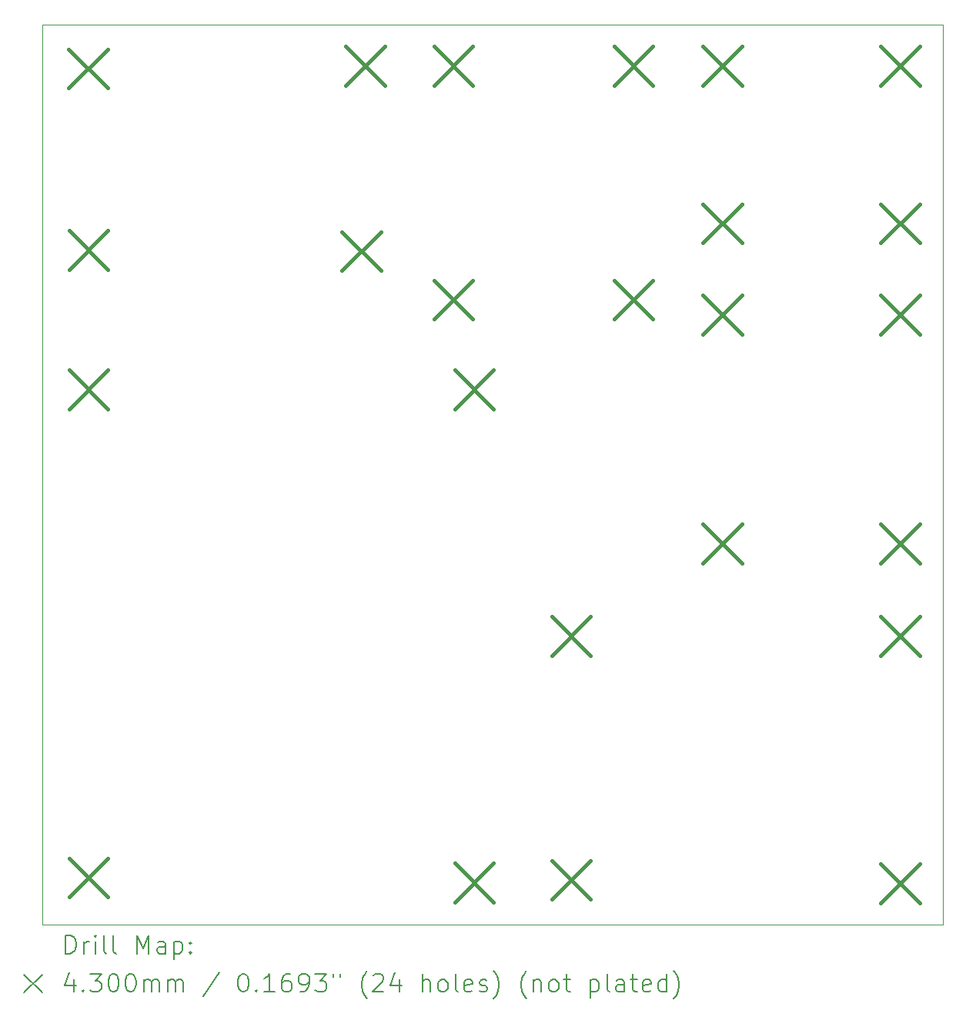
<source format=gbr>
%TF.GenerationSoftware,KiCad,Pcbnew,8.0.7*%
%TF.CreationDate,2025-03-12T18:52:17+10:00*%
%TF.ProjectId,OH - Upper Mixed Small PCBs,4f48202d-2055-4707-9065-72204d697865,rev?*%
%TF.SameCoordinates,Original*%
%TF.FileFunction,Drillmap*%
%TF.FilePolarity,Positive*%
%FSLAX45Y45*%
G04 Gerber Fmt 4.5, Leading zero omitted, Abs format (unit mm)*
G04 Created by KiCad (PCBNEW 8.0.7) date 2025-03-12 18:52:17*
%MOMM*%
%LPD*%
G01*
G04 APERTURE LIST*
%ADD10C,0.050000*%
%ADD11C,0.200000*%
%ADD12C,0.430000*%
G04 APERTURE END LIST*
D10*
X9829800Y-14871700D02*
X9829800Y-4978400D01*
X19735800Y-14871700D02*
X9829800Y-14871700D01*
X19735800Y-4978400D02*
X19735800Y-14871700D01*
X9829800Y-4978400D02*
X19735800Y-4978400D01*
D11*
D12*
X10116400Y-5246000D02*
X10546400Y-5676000D01*
X10546400Y-5246000D02*
X10116400Y-5676000D01*
X10122800Y-7239900D02*
X10552800Y-7669900D01*
X10552800Y-7239900D02*
X10122800Y-7669900D01*
X10122800Y-8770250D02*
X10552800Y-9200250D01*
X10552800Y-8770250D02*
X10122800Y-9200250D01*
X10122800Y-14136000D02*
X10552800Y-14566000D01*
X10552800Y-14136000D02*
X10122800Y-14566000D01*
X13126400Y-7252600D02*
X13556400Y-7682600D01*
X13556400Y-7252600D02*
X13126400Y-7682600D01*
X13164400Y-5216000D02*
X13594400Y-5646000D01*
X13594400Y-5216000D02*
X13164400Y-5646000D01*
X14136000Y-5216000D02*
X14566000Y-5646000D01*
X14566000Y-5216000D02*
X14136000Y-5646000D01*
X14136000Y-7786000D02*
X14566000Y-8216000D01*
X14566000Y-7786000D02*
X14136000Y-8216000D01*
X14364600Y-8770250D02*
X14794600Y-9200250D01*
X14794600Y-8770250D02*
X14364600Y-9200250D01*
X14364600Y-14193200D02*
X14794600Y-14623200D01*
X14794600Y-14193200D02*
X14364600Y-14623200D01*
X15431400Y-11481700D02*
X15861400Y-11911700D01*
X15861400Y-11481700D02*
X15431400Y-11911700D01*
X15431400Y-14161400D02*
X15861400Y-14591400D01*
X15861400Y-14161400D02*
X15431400Y-14591400D01*
X16117200Y-5216000D02*
X16547200Y-5646000D01*
X16547200Y-5216000D02*
X16117200Y-5646000D01*
X16117200Y-7786000D02*
X16547200Y-8216000D01*
X16547200Y-7786000D02*
X16117200Y-8216000D01*
X17095100Y-5216000D02*
X17525100Y-5646000D01*
X17525100Y-5216000D02*
X17095100Y-5646000D01*
X17095100Y-6947800D02*
X17525100Y-7377800D01*
X17525100Y-6947800D02*
X17095100Y-7377800D01*
X17095100Y-7951100D02*
X17525100Y-8381100D01*
X17525100Y-7951100D02*
X17095100Y-8381100D01*
X17095100Y-10465700D02*
X17525100Y-10895700D01*
X17525100Y-10465700D02*
X17095100Y-10895700D01*
X19052300Y-5216000D02*
X19482300Y-5646000D01*
X19482300Y-5216000D02*
X19052300Y-5646000D01*
X19052300Y-6947800D02*
X19482300Y-7377800D01*
X19482300Y-6947800D02*
X19052300Y-7377800D01*
X19052300Y-7951100D02*
X19482300Y-8381100D01*
X19482300Y-7951100D02*
X19052300Y-8381100D01*
X19052300Y-10465700D02*
X19482300Y-10895700D01*
X19482300Y-10465700D02*
X19052300Y-10895700D01*
X19052300Y-11481700D02*
X19482300Y-11911700D01*
X19482300Y-11481700D02*
X19052300Y-11911700D01*
X19052300Y-14199500D02*
X19482300Y-14629500D01*
X19482300Y-14199500D02*
X19052300Y-14629500D01*
D11*
X10088077Y-15185684D02*
X10088077Y-14985684D01*
X10088077Y-14985684D02*
X10135696Y-14985684D01*
X10135696Y-14985684D02*
X10164267Y-14995208D01*
X10164267Y-14995208D02*
X10183315Y-15014255D01*
X10183315Y-15014255D02*
X10192839Y-15033303D01*
X10192839Y-15033303D02*
X10202363Y-15071398D01*
X10202363Y-15071398D02*
X10202363Y-15099969D01*
X10202363Y-15099969D02*
X10192839Y-15138065D01*
X10192839Y-15138065D02*
X10183315Y-15157112D01*
X10183315Y-15157112D02*
X10164267Y-15176160D01*
X10164267Y-15176160D02*
X10135696Y-15185684D01*
X10135696Y-15185684D02*
X10088077Y-15185684D01*
X10288077Y-15185684D02*
X10288077Y-15052350D01*
X10288077Y-15090446D02*
X10297601Y-15071398D01*
X10297601Y-15071398D02*
X10307124Y-15061874D01*
X10307124Y-15061874D02*
X10326172Y-15052350D01*
X10326172Y-15052350D02*
X10345220Y-15052350D01*
X10411886Y-15185684D02*
X10411886Y-15052350D01*
X10411886Y-14985684D02*
X10402363Y-14995208D01*
X10402363Y-14995208D02*
X10411886Y-15004731D01*
X10411886Y-15004731D02*
X10421410Y-14995208D01*
X10421410Y-14995208D02*
X10411886Y-14985684D01*
X10411886Y-14985684D02*
X10411886Y-15004731D01*
X10535696Y-15185684D02*
X10516648Y-15176160D01*
X10516648Y-15176160D02*
X10507124Y-15157112D01*
X10507124Y-15157112D02*
X10507124Y-14985684D01*
X10640458Y-15185684D02*
X10621410Y-15176160D01*
X10621410Y-15176160D02*
X10611886Y-15157112D01*
X10611886Y-15157112D02*
X10611886Y-14985684D01*
X10869029Y-15185684D02*
X10869029Y-14985684D01*
X10869029Y-14985684D02*
X10935696Y-15128541D01*
X10935696Y-15128541D02*
X11002363Y-14985684D01*
X11002363Y-14985684D02*
X11002363Y-15185684D01*
X11183315Y-15185684D02*
X11183315Y-15080922D01*
X11183315Y-15080922D02*
X11173791Y-15061874D01*
X11173791Y-15061874D02*
X11154744Y-15052350D01*
X11154744Y-15052350D02*
X11116648Y-15052350D01*
X11116648Y-15052350D02*
X11097601Y-15061874D01*
X11183315Y-15176160D02*
X11164267Y-15185684D01*
X11164267Y-15185684D02*
X11116648Y-15185684D01*
X11116648Y-15185684D02*
X11097601Y-15176160D01*
X11097601Y-15176160D02*
X11088077Y-15157112D01*
X11088077Y-15157112D02*
X11088077Y-15138065D01*
X11088077Y-15138065D02*
X11097601Y-15119017D01*
X11097601Y-15119017D02*
X11116648Y-15109493D01*
X11116648Y-15109493D02*
X11164267Y-15109493D01*
X11164267Y-15109493D02*
X11183315Y-15099969D01*
X11278553Y-15052350D02*
X11278553Y-15252350D01*
X11278553Y-15061874D02*
X11297601Y-15052350D01*
X11297601Y-15052350D02*
X11335696Y-15052350D01*
X11335696Y-15052350D02*
X11354743Y-15061874D01*
X11354743Y-15061874D02*
X11364267Y-15071398D01*
X11364267Y-15071398D02*
X11373791Y-15090446D01*
X11373791Y-15090446D02*
X11373791Y-15147588D01*
X11373791Y-15147588D02*
X11364267Y-15166636D01*
X11364267Y-15166636D02*
X11354743Y-15176160D01*
X11354743Y-15176160D02*
X11335696Y-15185684D01*
X11335696Y-15185684D02*
X11297601Y-15185684D01*
X11297601Y-15185684D02*
X11278553Y-15176160D01*
X11459505Y-15166636D02*
X11469029Y-15176160D01*
X11469029Y-15176160D02*
X11459505Y-15185684D01*
X11459505Y-15185684D02*
X11449982Y-15176160D01*
X11449982Y-15176160D02*
X11459505Y-15166636D01*
X11459505Y-15166636D02*
X11459505Y-15185684D01*
X11459505Y-15061874D02*
X11469029Y-15071398D01*
X11469029Y-15071398D02*
X11459505Y-15080922D01*
X11459505Y-15080922D02*
X11449982Y-15071398D01*
X11449982Y-15071398D02*
X11459505Y-15061874D01*
X11459505Y-15061874D02*
X11459505Y-15080922D01*
X9627300Y-15414200D02*
X9827300Y-15614200D01*
X9827300Y-15414200D02*
X9627300Y-15614200D01*
X10173791Y-15472350D02*
X10173791Y-15605684D01*
X10126172Y-15396160D02*
X10078553Y-15539017D01*
X10078553Y-15539017D02*
X10202363Y-15539017D01*
X10278553Y-15586636D02*
X10288077Y-15596160D01*
X10288077Y-15596160D02*
X10278553Y-15605684D01*
X10278553Y-15605684D02*
X10269029Y-15596160D01*
X10269029Y-15596160D02*
X10278553Y-15586636D01*
X10278553Y-15586636D02*
X10278553Y-15605684D01*
X10354744Y-15405684D02*
X10478553Y-15405684D01*
X10478553Y-15405684D02*
X10411886Y-15481874D01*
X10411886Y-15481874D02*
X10440458Y-15481874D01*
X10440458Y-15481874D02*
X10459505Y-15491398D01*
X10459505Y-15491398D02*
X10469029Y-15500922D01*
X10469029Y-15500922D02*
X10478553Y-15519969D01*
X10478553Y-15519969D02*
X10478553Y-15567588D01*
X10478553Y-15567588D02*
X10469029Y-15586636D01*
X10469029Y-15586636D02*
X10459505Y-15596160D01*
X10459505Y-15596160D02*
X10440458Y-15605684D01*
X10440458Y-15605684D02*
X10383315Y-15605684D01*
X10383315Y-15605684D02*
X10364267Y-15596160D01*
X10364267Y-15596160D02*
X10354744Y-15586636D01*
X10602363Y-15405684D02*
X10621410Y-15405684D01*
X10621410Y-15405684D02*
X10640458Y-15415208D01*
X10640458Y-15415208D02*
X10649982Y-15424731D01*
X10649982Y-15424731D02*
X10659505Y-15443779D01*
X10659505Y-15443779D02*
X10669029Y-15481874D01*
X10669029Y-15481874D02*
X10669029Y-15529493D01*
X10669029Y-15529493D02*
X10659505Y-15567588D01*
X10659505Y-15567588D02*
X10649982Y-15586636D01*
X10649982Y-15586636D02*
X10640458Y-15596160D01*
X10640458Y-15596160D02*
X10621410Y-15605684D01*
X10621410Y-15605684D02*
X10602363Y-15605684D01*
X10602363Y-15605684D02*
X10583315Y-15596160D01*
X10583315Y-15596160D02*
X10573791Y-15586636D01*
X10573791Y-15586636D02*
X10564267Y-15567588D01*
X10564267Y-15567588D02*
X10554744Y-15529493D01*
X10554744Y-15529493D02*
X10554744Y-15481874D01*
X10554744Y-15481874D02*
X10564267Y-15443779D01*
X10564267Y-15443779D02*
X10573791Y-15424731D01*
X10573791Y-15424731D02*
X10583315Y-15415208D01*
X10583315Y-15415208D02*
X10602363Y-15405684D01*
X10792839Y-15405684D02*
X10811886Y-15405684D01*
X10811886Y-15405684D02*
X10830934Y-15415208D01*
X10830934Y-15415208D02*
X10840458Y-15424731D01*
X10840458Y-15424731D02*
X10849982Y-15443779D01*
X10849982Y-15443779D02*
X10859505Y-15481874D01*
X10859505Y-15481874D02*
X10859505Y-15529493D01*
X10859505Y-15529493D02*
X10849982Y-15567588D01*
X10849982Y-15567588D02*
X10840458Y-15586636D01*
X10840458Y-15586636D02*
X10830934Y-15596160D01*
X10830934Y-15596160D02*
X10811886Y-15605684D01*
X10811886Y-15605684D02*
X10792839Y-15605684D01*
X10792839Y-15605684D02*
X10773791Y-15596160D01*
X10773791Y-15596160D02*
X10764267Y-15586636D01*
X10764267Y-15586636D02*
X10754744Y-15567588D01*
X10754744Y-15567588D02*
X10745220Y-15529493D01*
X10745220Y-15529493D02*
X10745220Y-15481874D01*
X10745220Y-15481874D02*
X10754744Y-15443779D01*
X10754744Y-15443779D02*
X10764267Y-15424731D01*
X10764267Y-15424731D02*
X10773791Y-15415208D01*
X10773791Y-15415208D02*
X10792839Y-15405684D01*
X10945220Y-15605684D02*
X10945220Y-15472350D01*
X10945220Y-15491398D02*
X10954744Y-15481874D01*
X10954744Y-15481874D02*
X10973791Y-15472350D01*
X10973791Y-15472350D02*
X11002363Y-15472350D01*
X11002363Y-15472350D02*
X11021410Y-15481874D01*
X11021410Y-15481874D02*
X11030934Y-15500922D01*
X11030934Y-15500922D02*
X11030934Y-15605684D01*
X11030934Y-15500922D02*
X11040458Y-15481874D01*
X11040458Y-15481874D02*
X11059505Y-15472350D01*
X11059505Y-15472350D02*
X11088077Y-15472350D01*
X11088077Y-15472350D02*
X11107125Y-15481874D01*
X11107125Y-15481874D02*
X11116648Y-15500922D01*
X11116648Y-15500922D02*
X11116648Y-15605684D01*
X11211886Y-15605684D02*
X11211886Y-15472350D01*
X11211886Y-15491398D02*
X11221410Y-15481874D01*
X11221410Y-15481874D02*
X11240458Y-15472350D01*
X11240458Y-15472350D02*
X11269029Y-15472350D01*
X11269029Y-15472350D02*
X11288077Y-15481874D01*
X11288077Y-15481874D02*
X11297601Y-15500922D01*
X11297601Y-15500922D02*
X11297601Y-15605684D01*
X11297601Y-15500922D02*
X11307124Y-15481874D01*
X11307124Y-15481874D02*
X11326172Y-15472350D01*
X11326172Y-15472350D02*
X11354743Y-15472350D01*
X11354743Y-15472350D02*
X11373791Y-15481874D01*
X11373791Y-15481874D02*
X11383315Y-15500922D01*
X11383315Y-15500922D02*
X11383315Y-15605684D01*
X11773791Y-15396160D02*
X11602363Y-15653303D01*
X12030934Y-15405684D02*
X12049982Y-15405684D01*
X12049982Y-15405684D02*
X12069029Y-15415208D01*
X12069029Y-15415208D02*
X12078553Y-15424731D01*
X12078553Y-15424731D02*
X12088077Y-15443779D01*
X12088077Y-15443779D02*
X12097601Y-15481874D01*
X12097601Y-15481874D02*
X12097601Y-15529493D01*
X12097601Y-15529493D02*
X12088077Y-15567588D01*
X12088077Y-15567588D02*
X12078553Y-15586636D01*
X12078553Y-15586636D02*
X12069029Y-15596160D01*
X12069029Y-15596160D02*
X12049982Y-15605684D01*
X12049982Y-15605684D02*
X12030934Y-15605684D01*
X12030934Y-15605684D02*
X12011886Y-15596160D01*
X12011886Y-15596160D02*
X12002363Y-15586636D01*
X12002363Y-15586636D02*
X11992839Y-15567588D01*
X11992839Y-15567588D02*
X11983315Y-15529493D01*
X11983315Y-15529493D02*
X11983315Y-15481874D01*
X11983315Y-15481874D02*
X11992839Y-15443779D01*
X11992839Y-15443779D02*
X12002363Y-15424731D01*
X12002363Y-15424731D02*
X12011886Y-15415208D01*
X12011886Y-15415208D02*
X12030934Y-15405684D01*
X12183315Y-15586636D02*
X12192839Y-15596160D01*
X12192839Y-15596160D02*
X12183315Y-15605684D01*
X12183315Y-15605684D02*
X12173791Y-15596160D01*
X12173791Y-15596160D02*
X12183315Y-15586636D01*
X12183315Y-15586636D02*
X12183315Y-15605684D01*
X12383315Y-15605684D02*
X12269029Y-15605684D01*
X12326172Y-15605684D02*
X12326172Y-15405684D01*
X12326172Y-15405684D02*
X12307125Y-15434255D01*
X12307125Y-15434255D02*
X12288077Y-15453303D01*
X12288077Y-15453303D02*
X12269029Y-15462827D01*
X12554744Y-15405684D02*
X12516648Y-15405684D01*
X12516648Y-15405684D02*
X12497601Y-15415208D01*
X12497601Y-15415208D02*
X12488077Y-15424731D01*
X12488077Y-15424731D02*
X12469029Y-15453303D01*
X12469029Y-15453303D02*
X12459506Y-15491398D01*
X12459506Y-15491398D02*
X12459506Y-15567588D01*
X12459506Y-15567588D02*
X12469029Y-15586636D01*
X12469029Y-15586636D02*
X12478553Y-15596160D01*
X12478553Y-15596160D02*
X12497601Y-15605684D01*
X12497601Y-15605684D02*
X12535696Y-15605684D01*
X12535696Y-15605684D02*
X12554744Y-15596160D01*
X12554744Y-15596160D02*
X12564267Y-15586636D01*
X12564267Y-15586636D02*
X12573791Y-15567588D01*
X12573791Y-15567588D02*
X12573791Y-15519969D01*
X12573791Y-15519969D02*
X12564267Y-15500922D01*
X12564267Y-15500922D02*
X12554744Y-15491398D01*
X12554744Y-15491398D02*
X12535696Y-15481874D01*
X12535696Y-15481874D02*
X12497601Y-15481874D01*
X12497601Y-15481874D02*
X12478553Y-15491398D01*
X12478553Y-15491398D02*
X12469029Y-15500922D01*
X12469029Y-15500922D02*
X12459506Y-15519969D01*
X12669029Y-15605684D02*
X12707125Y-15605684D01*
X12707125Y-15605684D02*
X12726172Y-15596160D01*
X12726172Y-15596160D02*
X12735696Y-15586636D01*
X12735696Y-15586636D02*
X12754744Y-15558065D01*
X12754744Y-15558065D02*
X12764267Y-15519969D01*
X12764267Y-15519969D02*
X12764267Y-15443779D01*
X12764267Y-15443779D02*
X12754744Y-15424731D01*
X12754744Y-15424731D02*
X12745220Y-15415208D01*
X12745220Y-15415208D02*
X12726172Y-15405684D01*
X12726172Y-15405684D02*
X12688077Y-15405684D01*
X12688077Y-15405684D02*
X12669029Y-15415208D01*
X12669029Y-15415208D02*
X12659506Y-15424731D01*
X12659506Y-15424731D02*
X12649982Y-15443779D01*
X12649982Y-15443779D02*
X12649982Y-15491398D01*
X12649982Y-15491398D02*
X12659506Y-15510446D01*
X12659506Y-15510446D02*
X12669029Y-15519969D01*
X12669029Y-15519969D02*
X12688077Y-15529493D01*
X12688077Y-15529493D02*
X12726172Y-15529493D01*
X12726172Y-15529493D02*
X12745220Y-15519969D01*
X12745220Y-15519969D02*
X12754744Y-15510446D01*
X12754744Y-15510446D02*
X12764267Y-15491398D01*
X12830934Y-15405684D02*
X12954744Y-15405684D01*
X12954744Y-15405684D02*
X12888077Y-15481874D01*
X12888077Y-15481874D02*
X12916648Y-15481874D01*
X12916648Y-15481874D02*
X12935696Y-15491398D01*
X12935696Y-15491398D02*
X12945220Y-15500922D01*
X12945220Y-15500922D02*
X12954744Y-15519969D01*
X12954744Y-15519969D02*
X12954744Y-15567588D01*
X12954744Y-15567588D02*
X12945220Y-15586636D01*
X12945220Y-15586636D02*
X12935696Y-15596160D01*
X12935696Y-15596160D02*
X12916648Y-15605684D01*
X12916648Y-15605684D02*
X12859506Y-15605684D01*
X12859506Y-15605684D02*
X12840458Y-15596160D01*
X12840458Y-15596160D02*
X12830934Y-15586636D01*
X13030934Y-15405684D02*
X13030934Y-15443779D01*
X13107125Y-15405684D02*
X13107125Y-15443779D01*
X13402363Y-15681874D02*
X13392839Y-15672350D01*
X13392839Y-15672350D02*
X13373791Y-15643779D01*
X13373791Y-15643779D02*
X13364268Y-15624731D01*
X13364268Y-15624731D02*
X13354744Y-15596160D01*
X13354744Y-15596160D02*
X13345220Y-15548541D01*
X13345220Y-15548541D02*
X13345220Y-15510446D01*
X13345220Y-15510446D02*
X13354744Y-15462827D01*
X13354744Y-15462827D02*
X13364268Y-15434255D01*
X13364268Y-15434255D02*
X13373791Y-15415208D01*
X13373791Y-15415208D02*
X13392839Y-15386636D01*
X13392839Y-15386636D02*
X13402363Y-15377112D01*
X13469029Y-15424731D02*
X13478553Y-15415208D01*
X13478553Y-15415208D02*
X13497601Y-15405684D01*
X13497601Y-15405684D02*
X13545220Y-15405684D01*
X13545220Y-15405684D02*
X13564268Y-15415208D01*
X13564268Y-15415208D02*
X13573791Y-15424731D01*
X13573791Y-15424731D02*
X13583315Y-15443779D01*
X13583315Y-15443779D02*
X13583315Y-15462827D01*
X13583315Y-15462827D02*
X13573791Y-15491398D01*
X13573791Y-15491398D02*
X13459506Y-15605684D01*
X13459506Y-15605684D02*
X13583315Y-15605684D01*
X13754744Y-15472350D02*
X13754744Y-15605684D01*
X13707125Y-15396160D02*
X13659506Y-15539017D01*
X13659506Y-15539017D02*
X13783315Y-15539017D01*
X14011887Y-15605684D02*
X14011887Y-15405684D01*
X14097601Y-15605684D02*
X14097601Y-15500922D01*
X14097601Y-15500922D02*
X14088077Y-15481874D01*
X14088077Y-15481874D02*
X14069030Y-15472350D01*
X14069030Y-15472350D02*
X14040458Y-15472350D01*
X14040458Y-15472350D02*
X14021410Y-15481874D01*
X14021410Y-15481874D02*
X14011887Y-15491398D01*
X14221410Y-15605684D02*
X14202363Y-15596160D01*
X14202363Y-15596160D02*
X14192839Y-15586636D01*
X14192839Y-15586636D02*
X14183315Y-15567588D01*
X14183315Y-15567588D02*
X14183315Y-15510446D01*
X14183315Y-15510446D02*
X14192839Y-15491398D01*
X14192839Y-15491398D02*
X14202363Y-15481874D01*
X14202363Y-15481874D02*
X14221410Y-15472350D01*
X14221410Y-15472350D02*
X14249982Y-15472350D01*
X14249982Y-15472350D02*
X14269030Y-15481874D01*
X14269030Y-15481874D02*
X14278553Y-15491398D01*
X14278553Y-15491398D02*
X14288077Y-15510446D01*
X14288077Y-15510446D02*
X14288077Y-15567588D01*
X14288077Y-15567588D02*
X14278553Y-15586636D01*
X14278553Y-15586636D02*
X14269030Y-15596160D01*
X14269030Y-15596160D02*
X14249982Y-15605684D01*
X14249982Y-15605684D02*
X14221410Y-15605684D01*
X14402363Y-15605684D02*
X14383315Y-15596160D01*
X14383315Y-15596160D02*
X14373791Y-15577112D01*
X14373791Y-15577112D02*
X14373791Y-15405684D01*
X14554744Y-15596160D02*
X14535696Y-15605684D01*
X14535696Y-15605684D02*
X14497601Y-15605684D01*
X14497601Y-15605684D02*
X14478553Y-15596160D01*
X14478553Y-15596160D02*
X14469030Y-15577112D01*
X14469030Y-15577112D02*
X14469030Y-15500922D01*
X14469030Y-15500922D02*
X14478553Y-15481874D01*
X14478553Y-15481874D02*
X14497601Y-15472350D01*
X14497601Y-15472350D02*
X14535696Y-15472350D01*
X14535696Y-15472350D02*
X14554744Y-15481874D01*
X14554744Y-15481874D02*
X14564268Y-15500922D01*
X14564268Y-15500922D02*
X14564268Y-15519969D01*
X14564268Y-15519969D02*
X14469030Y-15539017D01*
X14640458Y-15596160D02*
X14659506Y-15605684D01*
X14659506Y-15605684D02*
X14697601Y-15605684D01*
X14697601Y-15605684D02*
X14716649Y-15596160D01*
X14716649Y-15596160D02*
X14726172Y-15577112D01*
X14726172Y-15577112D02*
X14726172Y-15567588D01*
X14726172Y-15567588D02*
X14716649Y-15548541D01*
X14716649Y-15548541D02*
X14697601Y-15539017D01*
X14697601Y-15539017D02*
X14669030Y-15539017D01*
X14669030Y-15539017D02*
X14649982Y-15529493D01*
X14649982Y-15529493D02*
X14640458Y-15510446D01*
X14640458Y-15510446D02*
X14640458Y-15500922D01*
X14640458Y-15500922D02*
X14649982Y-15481874D01*
X14649982Y-15481874D02*
X14669030Y-15472350D01*
X14669030Y-15472350D02*
X14697601Y-15472350D01*
X14697601Y-15472350D02*
X14716649Y-15481874D01*
X14792839Y-15681874D02*
X14802363Y-15672350D01*
X14802363Y-15672350D02*
X14821411Y-15643779D01*
X14821411Y-15643779D02*
X14830934Y-15624731D01*
X14830934Y-15624731D02*
X14840458Y-15596160D01*
X14840458Y-15596160D02*
X14849982Y-15548541D01*
X14849982Y-15548541D02*
X14849982Y-15510446D01*
X14849982Y-15510446D02*
X14840458Y-15462827D01*
X14840458Y-15462827D02*
X14830934Y-15434255D01*
X14830934Y-15434255D02*
X14821411Y-15415208D01*
X14821411Y-15415208D02*
X14802363Y-15386636D01*
X14802363Y-15386636D02*
X14792839Y-15377112D01*
X15154744Y-15681874D02*
X15145220Y-15672350D01*
X15145220Y-15672350D02*
X15126172Y-15643779D01*
X15126172Y-15643779D02*
X15116649Y-15624731D01*
X15116649Y-15624731D02*
X15107125Y-15596160D01*
X15107125Y-15596160D02*
X15097601Y-15548541D01*
X15097601Y-15548541D02*
X15097601Y-15510446D01*
X15097601Y-15510446D02*
X15107125Y-15462827D01*
X15107125Y-15462827D02*
X15116649Y-15434255D01*
X15116649Y-15434255D02*
X15126172Y-15415208D01*
X15126172Y-15415208D02*
X15145220Y-15386636D01*
X15145220Y-15386636D02*
X15154744Y-15377112D01*
X15230934Y-15472350D02*
X15230934Y-15605684D01*
X15230934Y-15491398D02*
X15240458Y-15481874D01*
X15240458Y-15481874D02*
X15259506Y-15472350D01*
X15259506Y-15472350D02*
X15288077Y-15472350D01*
X15288077Y-15472350D02*
X15307125Y-15481874D01*
X15307125Y-15481874D02*
X15316649Y-15500922D01*
X15316649Y-15500922D02*
X15316649Y-15605684D01*
X15440458Y-15605684D02*
X15421411Y-15596160D01*
X15421411Y-15596160D02*
X15411887Y-15586636D01*
X15411887Y-15586636D02*
X15402363Y-15567588D01*
X15402363Y-15567588D02*
X15402363Y-15510446D01*
X15402363Y-15510446D02*
X15411887Y-15491398D01*
X15411887Y-15491398D02*
X15421411Y-15481874D01*
X15421411Y-15481874D02*
X15440458Y-15472350D01*
X15440458Y-15472350D02*
X15469030Y-15472350D01*
X15469030Y-15472350D02*
X15488077Y-15481874D01*
X15488077Y-15481874D02*
X15497601Y-15491398D01*
X15497601Y-15491398D02*
X15507125Y-15510446D01*
X15507125Y-15510446D02*
X15507125Y-15567588D01*
X15507125Y-15567588D02*
X15497601Y-15586636D01*
X15497601Y-15586636D02*
X15488077Y-15596160D01*
X15488077Y-15596160D02*
X15469030Y-15605684D01*
X15469030Y-15605684D02*
X15440458Y-15605684D01*
X15564268Y-15472350D02*
X15640458Y-15472350D01*
X15592839Y-15405684D02*
X15592839Y-15577112D01*
X15592839Y-15577112D02*
X15602363Y-15596160D01*
X15602363Y-15596160D02*
X15621411Y-15605684D01*
X15621411Y-15605684D02*
X15640458Y-15605684D01*
X15859506Y-15472350D02*
X15859506Y-15672350D01*
X15859506Y-15481874D02*
X15878553Y-15472350D01*
X15878553Y-15472350D02*
X15916649Y-15472350D01*
X15916649Y-15472350D02*
X15935696Y-15481874D01*
X15935696Y-15481874D02*
X15945220Y-15491398D01*
X15945220Y-15491398D02*
X15954744Y-15510446D01*
X15954744Y-15510446D02*
X15954744Y-15567588D01*
X15954744Y-15567588D02*
X15945220Y-15586636D01*
X15945220Y-15586636D02*
X15935696Y-15596160D01*
X15935696Y-15596160D02*
X15916649Y-15605684D01*
X15916649Y-15605684D02*
X15878553Y-15605684D01*
X15878553Y-15605684D02*
X15859506Y-15596160D01*
X16069030Y-15605684D02*
X16049982Y-15596160D01*
X16049982Y-15596160D02*
X16040458Y-15577112D01*
X16040458Y-15577112D02*
X16040458Y-15405684D01*
X16230934Y-15605684D02*
X16230934Y-15500922D01*
X16230934Y-15500922D02*
X16221411Y-15481874D01*
X16221411Y-15481874D02*
X16202363Y-15472350D01*
X16202363Y-15472350D02*
X16164268Y-15472350D01*
X16164268Y-15472350D02*
X16145220Y-15481874D01*
X16230934Y-15596160D02*
X16211887Y-15605684D01*
X16211887Y-15605684D02*
X16164268Y-15605684D01*
X16164268Y-15605684D02*
X16145220Y-15596160D01*
X16145220Y-15596160D02*
X16135696Y-15577112D01*
X16135696Y-15577112D02*
X16135696Y-15558065D01*
X16135696Y-15558065D02*
X16145220Y-15539017D01*
X16145220Y-15539017D02*
X16164268Y-15529493D01*
X16164268Y-15529493D02*
X16211887Y-15529493D01*
X16211887Y-15529493D02*
X16230934Y-15519969D01*
X16297601Y-15472350D02*
X16373792Y-15472350D01*
X16326173Y-15405684D02*
X16326173Y-15577112D01*
X16326173Y-15577112D02*
X16335696Y-15596160D01*
X16335696Y-15596160D02*
X16354744Y-15605684D01*
X16354744Y-15605684D02*
X16373792Y-15605684D01*
X16516649Y-15596160D02*
X16497601Y-15605684D01*
X16497601Y-15605684D02*
X16459506Y-15605684D01*
X16459506Y-15605684D02*
X16440458Y-15596160D01*
X16440458Y-15596160D02*
X16430934Y-15577112D01*
X16430934Y-15577112D02*
X16430934Y-15500922D01*
X16430934Y-15500922D02*
X16440458Y-15481874D01*
X16440458Y-15481874D02*
X16459506Y-15472350D01*
X16459506Y-15472350D02*
X16497601Y-15472350D01*
X16497601Y-15472350D02*
X16516649Y-15481874D01*
X16516649Y-15481874D02*
X16526173Y-15500922D01*
X16526173Y-15500922D02*
X16526173Y-15519969D01*
X16526173Y-15519969D02*
X16430934Y-15539017D01*
X16697601Y-15605684D02*
X16697601Y-15405684D01*
X16697601Y-15596160D02*
X16678554Y-15605684D01*
X16678554Y-15605684D02*
X16640458Y-15605684D01*
X16640458Y-15605684D02*
X16621411Y-15596160D01*
X16621411Y-15596160D02*
X16611887Y-15586636D01*
X16611887Y-15586636D02*
X16602363Y-15567588D01*
X16602363Y-15567588D02*
X16602363Y-15510446D01*
X16602363Y-15510446D02*
X16611887Y-15491398D01*
X16611887Y-15491398D02*
X16621411Y-15481874D01*
X16621411Y-15481874D02*
X16640458Y-15472350D01*
X16640458Y-15472350D02*
X16678554Y-15472350D01*
X16678554Y-15472350D02*
X16697601Y-15481874D01*
X16773792Y-15681874D02*
X16783316Y-15672350D01*
X16783316Y-15672350D02*
X16802363Y-15643779D01*
X16802363Y-15643779D02*
X16811887Y-15624731D01*
X16811887Y-15624731D02*
X16821411Y-15596160D01*
X16821411Y-15596160D02*
X16830935Y-15548541D01*
X16830935Y-15548541D02*
X16830935Y-15510446D01*
X16830935Y-15510446D02*
X16821411Y-15462827D01*
X16821411Y-15462827D02*
X16811887Y-15434255D01*
X16811887Y-15434255D02*
X16802363Y-15415208D01*
X16802363Y-15415208D02*
X16783316Y-15386636D01*
X16783316Y-15386636D02*
X16773792Y-15377112D01*
M02*

</source>
